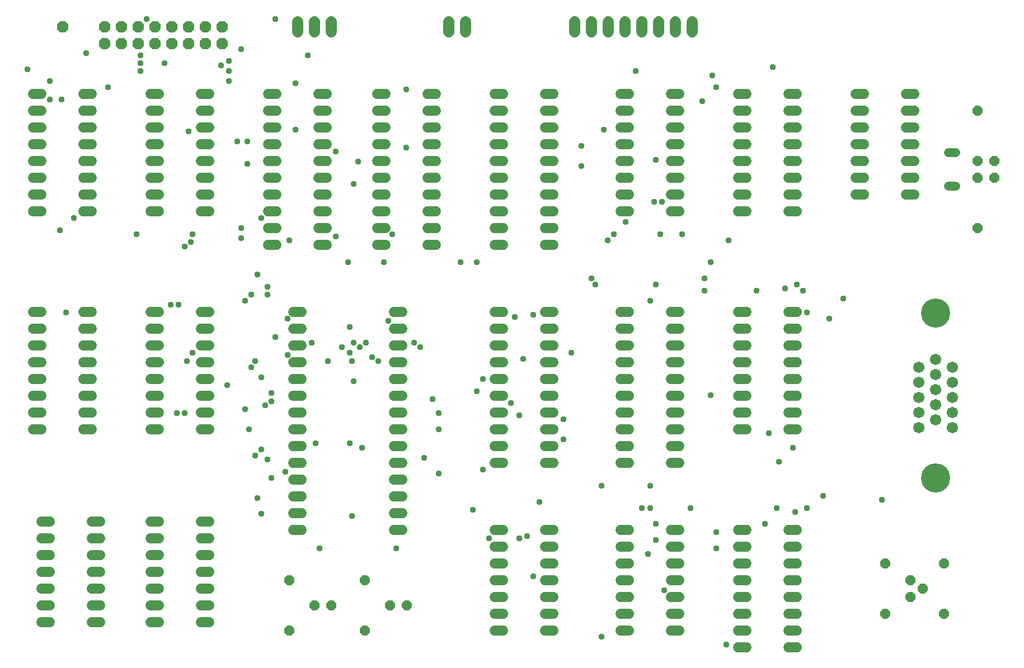
<source format=gbr>
G04 EAGLE Gerber RS-274X export*
G75*
%MOMM*%
%FSLAX34Y34*%
%LPD*%
%INSoldermask Bottom*%
%IPPOS*%
%AMOC8*
5,1,8,0,0,1.08239X$1,22.5*%
G01*
%ADD10P,1.649562X8X292.500000*%
%ADD11C,1.524000*%
%ADD12C,1.711200*%
%ADD13C,4.419200*%
%ADD14C,1.727200*%
%ADD15P,1.869504X8X22.500000*%
%ADD16C,1.320800*%
%ADD17P,1.649562X8X112.500000*%
%ADD18P,1.649562X8X202.500000*%
%ADD19C,0.959600*%


D10*
X1587500Y723900D03*
X1587500Y698500D03*
D11*
X692404Y165100D02*
X679196Y165100D01*
X679196Y190500D02*
X692404Y190500D01*
X692404Y215900D02*
X679196Y215900D01*
X679196Y241300D02*
X692404Y241300D01*
X692404Y266700D02*
X679196Y266700D01*
X679196Y292100D02*
X692404Y292100D01*
X692404Y317500D02*
X679196Y317500D01*
X679196Y342900D02*
X692404Y342900D01*
X692404Y368300D02*
X679196Y368300D01*
X679196Y393700D02*
X692404Y393700D01*
X692404Y419100D02*
X679196Y419100D01*
X679196Y444500D02*
X692404Y444500D01*
X692404Y469900D02*
X679196Y469900D01*
X679196Y495300D02*
X692404Y495300D01*
X540004Y495300D02*
X526796Y495300D01*
X526796Y469900D02*
X540004Y469900D01*
X540004Y444500D02*
X526796Y444500D01*
X526796Y419100D02*
X540004Y419100D01*
X540004Y393700D02*
X526796Y393700D01*
X526796Y368300D02*
X540004Y368300D01*
X540004Y342900D02*
X526796Y342900D01*
X526796Y317500D02*
X540004Y317500D01*
X540004Y292100D02*
X526796Y292100D01*
X526796Y266700D02*
X540004Y266700D01*
X540004Y241300D02*
X526796Y241300D01*
X526796Y215900D02*
X540004Y215900D01*
X540004Y190500D02*
X526796Y190500D01*
X526796Y165100D02*
X540004Y165100D01*
X159004Y177800D02*
X145796Y177800D01*
X145796Y152400D02*
X159004Y152400D01*
X159004Y25400D02*
X145796Y25400D01*
X221996Y25400D02*
X235204Y25400D01*
X159004Y127000D02*
X145796Y127000D01*
X145796Y101600D02*
X159004Y101600D01*
X159004Y50800D02*
X145796Y50800D01*
X145796Y76200D02*
X159004Y76200D01*
X221996Y50800D02*
X235204Y50800D01*
X235204Y76200D02*
X221996Y76200D01*
X221996Y101600D02*
X235204Y101600D01*
X235204Y127000D02*
X221996Y127000D01*
X221996Y152400D02*
X235204Y152400D01*
X235204Y177800D02*
X221996Y177800D01*
X1377696Y825500D02*
X1390904Y825500D01*
X1390904Y800100D02*
X1377696Y800100D01*
X1377696Y673100D02*
X1390904Y673100D01*
X1453896Y673100D02*
X1467104Y673100D01*
X1390904Y774700D02*
X1377696Y774700D01*
X1377696Y749300D02*
X1390904Y749300D01*
X1390904Y698500D02*
X1377696Y698500D01*
X1377696Y723900D02*
X1390904Y723900D01*
X1453896Y698500D02*
X1467104Y698500D01*
X1467104Y723900D02*
X1453896Y723900D01*
X1453896Y749300D02*
X1467104Y749300D01*
X1467104Y774700D02*
X1453896Y774700D01*
X1453896Y800100D02*
X1467104Y800100D01*
X1467104Y825500D02*
X1453896Y825500D01*
X844804Y165100D02*
X831596Y165100D01*
X831596Y139700D02*
X844804Y139700D01*
X844804Y12700D02*
X831596Y12700D01*
X907796Y12700D02*
X921004Y12700D01*
X844804Y114300D02*
X831596Y114300D01*
X831596Y88900D02*
X844804Y88900D01*
X844804Y38100D02*
X831596Y38100D01*
X831596Y63500D02*
X844804Y63500D01*
X907796Y38100D02*
X921004Y38100D01*
X921004Y63500D02*
X907796Y63500D01*
X907796Y88900D02*
X921004Y88900D01*
X921004Y114300D02*
X907796Y114300D01*
X907796Y139700D02*
X921004Y139700D01*
X921004Y165100D02*
X907796Y165100D01*
X1022096Y825500D02*
X1035304Y825500D01*
X1035304Y800100D02*
X1022096Y800100D01*
X1022096Y673100D02*
X1035304Y673100D01*
X1035304Y647700D02*
X1022096Y647700D01*
X1022096Y774700D02*
X1035304Y774700D01*
X1035304Y749300D02*
X1022096Y749300D01*
X1022096Y698500D02*
X1035304Y698500D01*
X1035304Y723900D02*
X1022096Y723900D01*
X1098296Y647700D02*
X1111504Y647700D01*
X1111504Y673100D02*
X1098296Y673100D01*
X1098296Y698500D02*
X1111504Y698500D01*
X1111504Y723900D02*
X1098296Y723900D01*
X1098296Y749300D02*
X1111504Y749300D01*
X1111504Y774700D02*
X1098296Y774700D01*
X1098296Y800100D02*
X1111504Y800100D01*
X1111504Y825500D02*
X1098296Y825500D01*
X1035304Y495300D02*
X1022096Y495300D01*
X1022096Y469900D02*
X1035304Y469900D01*
X1035304Y342900D02*
X1022096Y342900D01*
X1022096Y317500D02*
X1035304Y317500D01*
X1035304Y444500D02*
X1022096Y444500D01*
X1022096Y419100D02*
X1035304Y419100D01*
X1035304Y368300D02*
X1022096Y368300D01*
X1022096Y393700D02*
X1035304Y393700D01*
X1035304Y292100D02*
X1022096Y292100D01*
X1022096Y266700D02*
X1035304Y266700D01*
X1098296Y266700D02*
X1111504Y266700D01*
X1111504Y292100D02*
X1098296Y292100D01*
X1098296Y317500D02*
X1111504Y317500D01*
X1111504Y342900D02*
X1098296Y342900D01*
X1098296Y368300D02*
X1111504Y368300D01*
X1111504Y393700D02*
X1098296Y393700D01*
X1098296Y419100D02*
X1111504Y419100D01*
X1111504Y444500D02*
X1098296Y444500D01*
X1098296Y469900D02*
X1111504Y469900D01*
X1111504Y495300D02*
X1098296Y495300D01*
X844804Y495300D02*
X831596Y495300D01*
X831596Y469900D02*
X844804Y469900D01*
X844804Y342900D02*
X831596Y342900D01*
X831596Y317500D02*
X844804Y317500D01*
X844804Y444500D02*
X831596Y444500D01*
X831596Y419100D02*
X844804Y419100D01*
X844804Y368300D02*
X831596Y368300D01*
X831596Y393700D02*
X844804Y393700D01*
X844804Y292100D02*
X831596Y292100D01*
X831596Y266700D02*
X844804Y266700D01*
X907796Y266700D02*
X921004Y266700D01*
X921004Y292100D02*
X907796Y292100D01*
X907796Y317500D02*
X921004Y317500D01*
X921004Y342900D02*
X907796Y342900D01*
X907796Y368300D02*
X921004Y368300D01*
X921004Y393700D02*
X907796Y393700D01*
X907796Y419100D02*
X921004Y419100D01*
X921004Y444500D02*
X907796Y444500D01*
X907796Y469900D02*
X921004Y469900D01*
X921004Y495300D02*
X907796Y495300D01*
X667004Y825500D02*
X653796Y825500D01*
X653796Y800100D02*
X667004Y800100D01*
X667004Y673100D02*
X653796Y673100D01*
X653796Y647700D02*
X667004Y647700D01*
X667004Y774700D02*
X653796Y774700D01*
X653796Y749300D02*
X667004Y749300D01*
X667004Y698500D02*
X653796Y698500D01*
X653796Y723900D02*
X667004Y723900D01*
X667004Y622300D02*
X653796Y622300D01*
X653796Y596900D02*
X667004Y596900D01*
X729996Y596900D02*
X743204Y596900D01*
X743204Y622300D02*
X729996Y622300D01*
X729996Y647700D02*
X743204Y647700D01*
X743204Y673100D02*
X729996Y673100D01*
X729996Y698500D02*
X743204Y698500D01*
X743204Y723900D02*
X729996Y723900D01*
X729996Y749300D02*
X743204Y749300D01*
X743204Y774700D02*
X729996Y774700D01*
X729996Y800100D02*
X743204Y800100D01*
X743204Y825500D02*
X729996Y825500D01*
X501904Y825500D02*
X488696Y825500D01*
X488696Y800100D02*
X501904Y800100D01*
X501904Y673100D02*
X488696Y673100D01*
X488696Y647700D02*
X501904Y647700D01*
X501904Y774700D02*
X488696Y774700D01*
X488696Y749300D02*
X501904Y749300D01*
X501904Y698500D02*
X488696Y698500D01*
X488696Y723900D02*
X501904Y723900D01*
X501904Y622300D02*
X488696Y622300D01*
X488696Y596900D02*
X501904Y596900D01*
X564896Y596900D02*
X578104Y596900D01*
X578104Y622300D02*
X564896Y622300D01*
X564896Y647700D02*
X578104Y647700D01*
X578104Y673100D02*
X564896Y673100D01*
X564896Y698500D02*
X578104Y698500D01*
X578104Y723900D02*
X564896Y723900D01*
X564896Y749300D02*
X578104Y749300D01*
X578104Y774700D02*
X564896Y774700D01*
X564896Y800100D02*
X578104Y800100D01*
X578104Y825500D02*
X564896Y825500D01*
X831596Y825500D02*
X844804Y825500D01*
X844804Y800100D02*
X831596Y800100D01*
X831596Y673100D02*
X844804Y673100D01*
X844804Y647700D02*
X831596Y647700D01*
X831596Y774700D02*
X844804Y774700D01*
X844804Y749300D02*
X831596Y749300D01*
X831596Y698500D02*
X844804Y698500D01*
X844804Y723900D02*
X831596Y723900D01*
X831596Y622300D02*
X844804Y622300D01*
X844804Y596900D02*
X831596Y596900D01*
X907796Y596900D02*
X921004Y596900D01*
X921004Y622300D02*
X907796Y622300D01*
X907796Y647700D02*
X921004Y647700D01*
X921004Y673100D02*
X907796Y673100D01*
X907796Y698500D02*
X921004Y698500D01*
X921004Y723900D02*
X907796Y723900D01*
X907796Y749300D02*
X921004Y749300D01*
X921004Y774700D02*
X907796Y774700D01*
X907796Y800100D02*
X921004Y800100D01*
X921004Y825500D02*
X907796Y825500D01*
D12*
X1473200Y411500D03*
X1473200Y388600D03*
X1473200Y365700D03*
X1473200Y342800D03*
X1473200Y319900D03*
X1498600Y422900D03*
X1498600Y400000D03*
X1498600Y377100D03*
X1498600Y354200D03*
X1498600Y331300D03*
X1524000Y411500D03*
X1524000Y388600D03*
X1524000Y365700D03*
X1524000Y342800D03*
X1524000Y319900D03*
D13*
X1498600Y243300D03*
X1498600Y493300D03*
D14*
X952500Y919480D02*
X952500Y934720D01*
X977900Y934720D02*
X977900Y919480D01*
X1003300Y919480D02*
X1003300Y934720D01*
X1028700Y934720D02*
X1028700Y919480D01*
X1054100Y919480D02*
X1054100Y934720D01*
X1079500Y934720D02*
X1079500Y919480D01*
X1104900Y919480D02*
X1104900Y934720D01*
X1130300Y934720D02*
X1130300Y919480D01*
D15*
X241300Y901700D03*
X241300Y927100D03*
X266700Y901700D03*
X266700Y927100D03*
X292100Y901700D03*
X292100Y927100D03*
X317500Y901700D03*
X317500Y927100D03*
X342900Y901700D03*
X342900Y927100D03*
X368300Y901700D03*
X368300Y927100D03*
X393700Y901700D03*
X393700Y927100D03*
X419100Y901700D03*
X419100Y927100D03*
D14*
X762000Y919480D02*
X762000Y934720D01*
X787400Y934720D02*
X787400Y919480D01*
D15*
X177800Y927100D03*
D14*
X533400Y919480D02*
X533400Y934720D01*
X558800Y934720D02*
X558800Y919480D01*
X584200Y919480D02*
X584200Y934720D01*
D16*
X1518412Y736600D02*
X1529588Y736600D01*
X1529588Y685800D02*
X1518412Y685800D01*
D10*
X1562100Y698500D03*
X1562100Y622300D03*
X1562100Y800100D03*
X1562100Y723900D03*
D17*
X1511300Y38100D03*
X1511300Y114300D03*
X1422400Y38100D03*
X1422400Y114300D03*
D10*
X1460500Y63500D03*
X1479550Y76200D03*
X1460500Y88900D03*
D11*
X1213104Y825500D02*
X1199896Y825500D01*
X1199896Y800100D02*
X1213104Y800100D01*
X1213104Y673100D02*
X1199896Y673100D01*
X1199896Y647700D02*
X1213104Y647700D01*
X1213104Y774700D02*
X1199896Y774700D01*
X1199896Y749300D02*
X1213104Y749300D01*
X1213104Y698500D02*
X1199896Y698500D01*
X1199896Y723900D02*
X1213104Y723900D01*
X1276096Y647700D02*
X1289304Y647700D01*
X1289304Y673100D02*
X1276096Y673100D01*
X1276096Y698500D02*
X1289304Y698500D01*
X1289304Y723900D02*
X1276096Y723900D01*
X1276096Y749300D02*
X1289304Y749300D01*
X1289304Y774700D02*
X1276096Y774700D01*
X1276096Y800100D02*
X1289304Y800100D01*
X1289304Y825500D02*
X1276096Y825500D01*
X1213104Y165100D02*
X1199896Y165100D01*
X1199896Y139700D02*
X1213104Y139700D01*
X1213104Y12700D02*
X1199896Y12700D01*
X1199896Y-12700D02*
X1213104Y-12700D01*
X1213104Y114300D02*
X1199896Y114300D01*
X1199896Y88900D02*
X1213104Y88900D01*
X1213104Y38100D02*
X1199896Y38100D01*
X1199896Y63500D02*
X1213104Y63500D01*
X1276096Y-12700D02*
X1289304Y-12700D01*
X1289304Y12700D02*
X1276096Y12700D01*
X1276096Y38100D02*
X1289304Y38100D01*
X1289304Y63500D02*
X1276096Y63500D01*
X1276096Y88900D02*
X1289304Y88900D01*
X1289304Y114300D02*
X1276096Y114300D01*
X1276096Y139700D02*
X1289304Y139700D01*
X1289304Y165100D02*
X1276096Y165100D01*
X1213104Y495300D02*
X1199896Y495300D01*
X1199896Y469900D02*
X1213104Y469900D01*
X1213104Y342900D02*
X1199896Y342900D01*
X1199896Y317500D02*
X1213104Y317500D01*
X1213104Y444500D02*
X1199896Y444500D01*
X1199896Y419100D02*
X1213104Y419100D01*
X1213104Y368300D02*
X1199896Y368300D01*
X1199896Y393700D02*
X1213104Y393700D01*
X1276096Y317500D02*
X1289304Y317500D01*
X1289304Y342900D02*
X1276096Y342900D01*
X1276096Y368300D02*
X1289304Y368300D01*
X1289304Y393700D02*
X1276096Y393700D01*
X1276096Y419100D02*
X1289304Y419100D01*
X1289304Y444500D02*
X1276096Y444500D01*
X1276096Y469900D02*
X1289304Y469900D01*
X1289304Y495300D02*
X1276096Y495300D01*
X1035304Y165100D02*
X1022096Y165100D01*
X1022096Y139700D02*
X1035304Y139700D01*
X1035304Y12700D02*
X1022096Y12700D01*
X1098296Y12700D02*
X1111504Y12700D01*
X1035304Y114300D02*
X1022096Y114300D01*
X1022096Y88900D02*
X1035304Y88900D01*
X1035304Y38100D02*
X1022096Y38100D01*
X1022096Y63500D02*
X1035304Y63500D01*
X1098296Y38100D02*
X1111504Y38100D01*
X1111504Y63500D02*
X1098296Y63500D01*
X1098296Y88900D02*
X1111504Y88900D01*
X1111504Y114300D02*
X1098296Y114300D01*
X1098296Y139700D02*
X1111504Y139700D01*
X1111504Y165100D02*
X1098296Y165100D01*
X324104Y495300D02*
X310896Y495300D01*
X310896Y469900D02*
X324104Y469900D01*
X324104Y342900D02*
X310896Y342900D01*
X310896Y317500D02*
X324104Y317500D01*
X324104Y444500D02*
X310896Y444500D01*
X310896Y419100D02*
X324104Y419100D01*
X324104Y368300D02*
X310896Y368300D01*
X310896Y393700D02*
X324104Y393700D01*
X387096Y317500D02*
X400304Y317500D01*
X400304Y342900D02*
X387096Y342900D01*
X387096Y368300D02*
X400304Y368300D01*
X400304Y393700D02*
X387096Y393700D01*
X387096Y419100D02*
X400304Y419100D01*
X400304Y444500D02*
X387096Y444500D01*
X387096Y469900D02*
X400304Y469900D01*
X400304Y495300D02*
X387096Y495300D01*
X324104Y825500D02*
X310896Y825500D01*
X310896Y800100D02*
X324104Y800100D01*
X324104Y673100D02*
X310896Y673100D01*
X310896Y647700D02*
X324104Y647700D01*
X324104Y774700D02*
X310896Y774700D01*
X310896Y749300D02*
X324104Y749300D01*
X324104Y698500D02*
X310896Y698500D01*
X310896Y723900D02*
X324104Y723900D01*
X387096Y647700D02*
X400304Y647700D01*
X400304Y673100D02*
X387096Y673100D01*
X387096Y698500D02*
X400304Y698500D01*
X400304Y723900D02*
X387096Y723900D01*
X387096Y749300D02*
X400304Y749300D01*
X400304Y774700D02*
X387096Y774700D01*
X387096Y800100D02*
X400304Y800100D01*
X400304Y825500D02*
X387096Y825500D01*
X146304Y495300D02*
X133096Y495300D01*
X133096Y469900D02*
X146304Y469900D01*
X146304Y342900D02*
X133096Y342900D01*
X133096Y317500D02*
X146304Y317500D01*
X146304Y444500D02*
X133096Y444500D01*
X133096Y419100D02*
X146304Y419100D01*
X146304Y368300D02*
X133096Y368300D01*
X133096Y393700D02*
X146304Y393700D01*
X209296Y317500D02*
X222504Y317500D01*
X222504Y342900D02*
X209296Y342900D01*
X209296Y368300D02*
X222504Y368300D01*
X222504Y393700D02*
X209296Y393700D01*
X209296Y419100D02*
X222504Y419100D01*
X222504Y444500D02*
X209296Y444500D01*
X209296Y469900D02*
X222504Y469900D01*
X222504Y495300D02*
X209296Y495300D01*
X146304Y825500D02*
X133096Y825500D01*
X133096Y800100D02*
X146304Y800100D01*
X146304Y673100D02*
X133096Y673100D01*
X133096Y647700D02*
X146304Y647700D01*
X146304Y774700D02*
X133096Y774700D01*
X133096Y749300D02*
X146304Y749300D01*
X146304Y698500D02*
X133096Y698500D01*
X133096Y723900D02*
X146304Y723900D01*
X209296Y647700D02*
X222504Y647700D01*
X222504Y673100D02*
X209296Y673100D01*
X209296Y698500D02*
X222504Y698500D01*
X222504Y723900D02*
X209296Y723900D01*
X209296Y749300D02*
X222504Y749300D01*
X222504Y774700D02*
X209296Y774700D01*
X209296Y800100D02*
X222504Y800100D01*
X222504Y825500D02*
X209296Y825500D01*
X310896Y177800D02*
X324104Y177800D01*
X324104Y152400D02*
X310896Y152400D01*
X310896Y25400D02*
X324104Y25400D01*
X387096Y25400D02*
X400304Y25400D01*
X324104Y127000D02*
X310896Y127000D01*
X310896Y101600D02*
X324104Y101600D01*
X324104Y50800D02*
X310896Y50800D01*
X310896Y76200D02*
X324104Y76200D01*
X387096Y50800D02*
X400304Y50800D01*
X400304Y76200D02*
X387096Y76200D01*
X387096Y101600D02*
X400304Y101600D01*
X400304Y127000D02*
X387096Y127000D01*
X387096Y152400D02*
X400304Y152400D01*
X400304Y177800D02*
X387096Y177800D01*
D18*
X698500Y50800D03*
X673100Y50800D03*
X584200Y50800D03*
X558800Y50800D03*
D10*
X520700Y88900D03*
X520700Y12700D03*
X635000Y88900D03*
X635000Y12700D03*
D19*
X1127760Y198120D03*
X1258824Y198120D03*
X1271016Y530352D03*
X1338072Y484632D03*
X1289304Y536448D03*
X429768Y844296D03*
X530352Y841248D03*
X1252728Y865632D03*
X1158240Y368808D03*
X1158240Y569976D03*
X993648Y3048D03*
X880872Y155448D03*
X984504Y536448D03*
X1075944Y536448D03*
X1167384Y835152D03*
X1161288Y853440D03*
X1075944Y173736D03*
X1182624Y-9144D03*
X798576Y195072D03*
X993648Y231648D03*
X1066800Y231648D03*
X1298448Y527304D03*
X862584Y487680D03*
X1149096Y527304D03*
X1228344Y527304D03*
X1328928Y216408D03*
X890016Y490728D03*
X978408Y545592D03*
X1149096Y545592D03*
X1066800Y198120D03*
X1261872Y268224D03*
X1283208Y289560D03*
X1359408Y515112D03*
X890016Y94488D03*
X1066800Y512064D03*
X868680Y152400D03*
X1075944Y149352D03*
X1240536Y173736D03*
X1304544Y198120D03*
X1246632Y310896D03*
X1063752Y128016D03*
X1088136Y73152D03*
X1167384Y137160D03*
X1167384Y161544D03*
X1304544Y493776D03*
X1054608Y198120D03*
X1286256Y192024D03*
X646176Y426720D03*
X637032Y448056D03*
X804672Y374904D03*
X856488Y356616D03*
X624840Y722376D03*
X627888Y441960D03*
X618744Y448056D03*
X618744Y688848D03*
X947928Y432816D03*
X813816Y393192D03*
X737616Y362712D03*
X935736Y301752D03*
X591312Y609600D03*
X615696Y420624D03*
X618744Y390144D03*
X746760Y341376D03*
X746760Y316992D03*
X560832Y295656D03*
X899160Y207264D03*
X822960Y152400D03*
X682752Y137160D03*
X630936Y289560D03*
X612648Y295656D03*
X612648Y432816D03*
X725424Y274320D03*
X499872Y457200D03*
X518160Y484632D03*
X935736Y332232D03*
X746760Y249936D03*
X600456Y441960D03*
X530352Y771144D03*
X719328Y441960D03*
X670560Y481584D03*
X612648Y472440D03*
X868680Y338328D03*
X874776Y423672D03*
X457200Y752856D03*
X457200Y719328D03*
X463296Y521208D03*
X463296Y411480D03*
X460248Y316992D03*
X487680Y271272D03*
X454152Y512064D03*
X493776Y371856D03*
X472440Y551688D03*
X493776Y359664D03*
X521208Y603504D03*
X469392Y420624D03*
X469392Y277368D03*
X566928Y137160D03*
X615696Y185928D03*
X493776Y243840D03*
X478536Y396240D03*
X478536Y286512D03*
X213360Y886968D03*
X350520Y341376D03*
X124968Y862584D03*
X426720Y384048D03*
X362712Y341376D03*
X295656Y871728D03*
X332232Y871728D03*
X341376Y505968D03*
X362712Y594360D03*
X417576Y868680D03*
X173736Y618744D03*
X176784Y816864D03*
X158496Y816864D03*
X158496Y844296D03*
X353568Y505968D03*
X371856Y600456D03*
X368808Y768096D03*
X448056Y893064D03*
X429768Y874776D03*
X963168Y716280D03*
X963168Y746760D03*
X1045464Y859536D03*
X1030224Y630936D03*
X1072896Y661416D03*
X1011936Y612648D03*
X1082040Y612648D03*
X1115568Y612648D03*
X1146048Y813816D03*
X1002792Y603504D03*
X515112Y252984D03*
X579120Y420624D03*
X554736Y448056D03*
X609600Y569976D03*
X295656Y859536D03*
X429768Y859536D03*
X499872Y938784D03*
X195072Y637032D03*
X448056Y621792D03*
X246888Y835152D03*
X295656Y883920D03*
X304800Y938784D03*
X374904Y432816D03*
X487680Y521208D03*
X182880Y493776D03*
X289560Y612648D03*
X374904Y612648D03*
X441960Y752856D03*
X548640Y883920D03*
X697992Y832104D03*
X365760Y420624D03*
X448056Y606552D03*
X478536Y637032D03*
X591312Y737616D03*
X697992Y743712D03*
X454152Y347472D03*
X484632Y353568D03*
X518160Y429768D03*
X664464Y569976D03*
X676656Y612648D03*
X487680Y533400D03*
X780288Y569976D03*
X804672Y569976D03*
X655320Y420624D03*
X710184Y448056D03*
X996696Y771144D03*
X813816Y256032D03*
X478536Y188976D03*
X472440Y213360D03*
X1417320Y210312D03*
X1185672Y603504D03*
X1085088Y661416D03*
X1075944Y725424D03*
M02*

</source>
